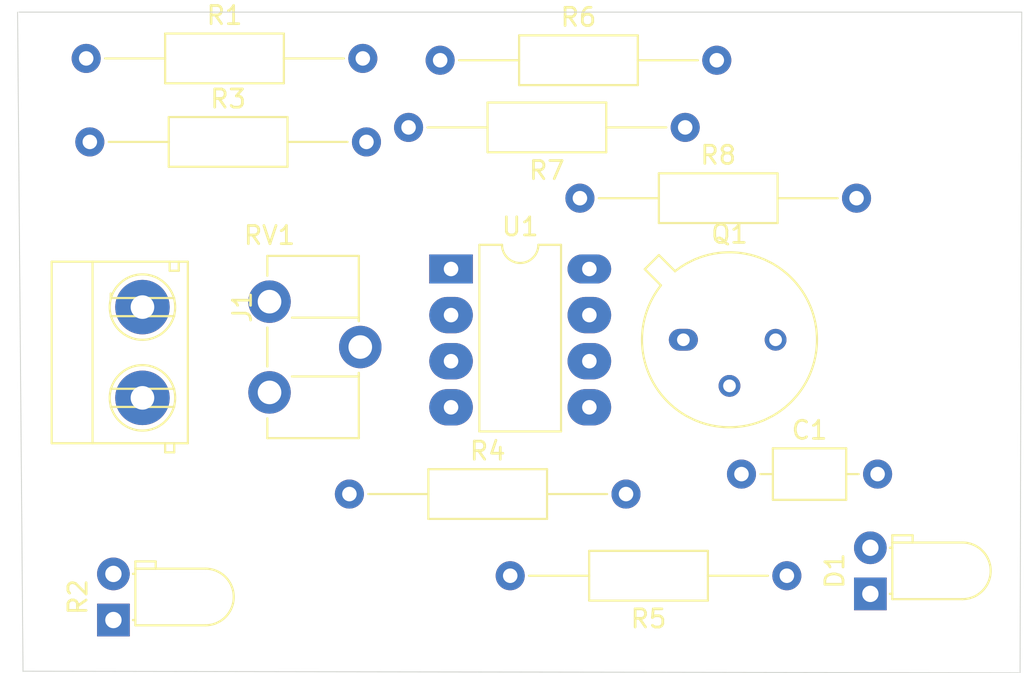
<source format=kicad_pcb>
(kicad_pcb (version 20171130) (host pcbnew "(5.1.10)-1")

  (general
    (thickness 1.6)
    (drawings 4)
    (tracks 0)
    (zones 0)
    (modules 14)
    (nets 17)
  )

  (page A4)
  (title_block
    (title "Interrupteur crépusculaire à LED")
    (company "Glodie Technologies")
  )

  (layers
    (0 F.Cu signal)
    (31 B.Cu signal)
    (32 B.Adhes user)
    (33 F.Adhes user)
    (34 B.Paste user)
    (35 F.Paste user)
    (36 B.SilkS user)
    (37 F.SilkS user)
    (38 B.Mask user)
    (39 F.Mask user)
    (40 Dwgs.User user)
    (41 Cmts.User user)
    (42 Eco1.User user)
    (43 Eco2.User user)
    (44 Edge.Cuts user)
    (45 Margin user)
    (46 B.CrtYd user)
    (47 F.CrtYd user)
    (48 B.Fab user)
    (49 F.Fab user)
  )

  (setup
    (last_trace_width 0.25)
    (trace_clearance 0.2)
    (zone_clearance 0.508)
    (zone_45_only no)
    (trace_min 0.2)
    (via_size 0.8)
    (via_drill 0.4)
    (via_min_size 0.4)
    (via_min_drill 0.3)
    (uvia_size 0.3)
    (uvia_drill 0.1)
    (uvias_allowed no)
    (uvia_min_size 0.2)
    (uvia_min_drill 0.1)
    (edge_width 0.05)
    (segment_width 0.2)
    (pcb_text_width 0.3)
    (pcb_text_size 1.5 1.5)
    (mod_edge_width 0.12)
    (mod_text_size 1 1)
    (mod_text_width 0.15)
    (pad_size 1.524 1.524)
    (pad_drill 0.762)
    (pad_to_mask_clearance 0)
    (aux_axis_origin 0 0)
    (visible_elements 7FFFFFFF)
    (pcbplotparams
      (layerselection 0x010fc_ffffffff)
      (usegerberextensions false)
      (usegerberattributes true)
      (usegerberadvancedattributes true)
      (creategerberjobfile true)
      (excludeedgelayer true)
      (linewidth 0.100000)
      (plotframeref false)
      (viasonmask false)
      (mode 1)
      (useauxorigin false)
      (hpglpennumber 1)
      (hpglpenspeed 20)
      (hpglpendiameter 15.000000)
      (psnegative false)
      (psa4output false)
      (plotreference true)
      (plotvalue true)
      (plotinvisibletext false)
      (padsonsilk false)
      (subtractmaskfromsilk false)
      (outputformat 1)
      (mirror false)
      (drillshape 0)
      (scaleselection 1)
      (outputdirectory ""))
  )

  (net 0 "")
  (net 1 VCC)
  (net 2 GND)
  (net 3 "Net-(Q1-Pad2)")
  (net 4 "Net-(Q1-Pad3)")
  (net 5 "Net-(R1-Pad2)")
  (net 6 "Net-(R3-Pad2)")
  (net 7 "Net-(R4-Pad1)")
  (net 8 "Net-(R5-Pad1)")
  (net 9 "Net-(RV1-Pad2)")
  (net 10 "Net-(U1-Pad1)")
  (net 11 "Net-(U1-Pad5)")
  (net 12 "Net-(U1-Pad8)")
  (net 13 vs)
  (net 14 "Net-(R2-Pad1)")
  (net 15 "Net-(R2-Pad2)")
  (net 16 ve)

  (net_class Default "This is the default net class."
    (clearance 0.2)
    (trace_width 0.25)
    (via_dia 0.8)
    (via_drill 0.4)
    (uvia_dia 0.3)
    (uvia_drill 0.1)
    (add_net GND)
    (add_net "Net-(Q1-Pad2)")
    (add_net "Net-(Q1-Pad3)")
    (add_net "Net-(R1-Pad2)")
    (add_net "Net-(R2-Pad1)")
    (add_net "Net-(R2-Pad2)")
    (add_net "Net-(R3-Pad2)")
    (add_net "Net-(R4-Pad1)")
    (add_net "Net-(R5-Pad1)")
    (add_net "Net-(RV1-Pad2)")
    (add_net "Net-(U1-Pad1)")
    (add_net "Net-(U1-Pad5)")
    (add_net "Net-(U1-Pad8)")
    (add_net VCC)
    (add_net ve)
    (add_net vs)
  )

  (module Resistor_THT:R_Axial_DIN0207_L6.3mm_D2.5mm_P15.24mm_Horizontal (layer F.Cu) (tedit 5AE5139B) (tstamp 613BDFF0)
    (at 140.2 120.7 180)
    (descr "Resistor, Axial_DIN0207 series, Axial, Horizontal, pin pitch=15.24mm, 0.25W = 1/4W, length*diameter=6.3*2.5mm^2, http://cdn-reichelt.de/documents/datenblatt/B400/1_4W%23YAG.pdf")
    (tags "Resistor Axial_DIN0207 series Axial Horizontal pin pitch 15.24mm 0.25W = 1/4W length 6.3mm diameter 2.5mm")
    (path /613BAA8B)
    (fp_text reference R5 (at 7.62 -2.37) (layer F.SilkS)
      (effects (font (size 1 1) (thickness 0.15)))
    )
    (fp_text value 1M (at 7.62 2.37) (layer F.Fab)
      (effects (font (size 1 1) (thickness 0.15)))
    )
    (fp_line (start 16.29 -1.5) (end -1.05 -1.5) (layer F.CrtYd) (width 0.05))
    (fp_line (start 16.29 1.5) (end 16.29 -1.5) (layer F.CrtYd) (width 0.05))
    (fp_line (start -1.05 1.5) (end 16.29 1.5) (layer F.CrtYd) (width 0.05))
    (fp_line (start -1.05 -1.5) (end -1.05 1.5) (layer F.CrtYd) (width 0.05))
    (fp_line (start 14.2 0) (end 10.89 0) (layer F.SilkS) (width 0.12))
    (fp_line (start 1.04 0) (end 4.35 0) (layer F.SilkS) (width 0.12))
    (fp_line (start 10.89 -1.37) (end 4.35 -1.37) (layer F.SilkS) (width 0.12))
    (fp_line (start 10.89 1.37) (end 10.89 -1.37) (layer F.SilkS) (width 0.12))
    (fp_line (start 4.35 1.37) (end 10.89 1.37) (layer F.SilkS) (width 0.12))
    (fp_line (start 4.35 -1.37) (end 4.35 1.37) (layer F.SilkS) (width 0.12))
    (fp_line (start 15.24 0) (end 10.77 0) (layer F.Fab) (width 0.1))
    (fp_line (start 0 0) (end 4.47 0) (layer F.Fab) (width 0.1))
    (fp_line (start 10.77 -1.25) (end 4.47 -1.25) (layer F.Fab) (width 0.1))
    (fp_line (start 10.77 1.25) (end 10.77 -1.25) (layer F.Fab) (width 0.1))
    (fp_line (start 4.47 1.25) (end 10.77 1.25) (layer F.Fab) (width 0.1))
    (fp_line (start 4.47 -1.25) (end 4.47 1.25) (layer F.Fab) (width 0.1))
    (fp_text user %R (at 7.8 0.1) (layer F.Fab)
      (effects (font (size 1 1) (thickness 0.15)))
    )
    (pad 1 thru_hole circle (at 0 0 180) (size 1.6 1.6) (drill 0.8) (layers *.Cu *.Mask)
      (net 8 "Net-(R5-Pad1)"))
    (pad 2 thru_hole oval (at 15.24 0 180) (size 1.6 1.6) (drill 0.8) (layers *.Cu *.Mask)
      (net 16 ve))
    (model ${KISYS3DMOD}/Resistor_THT.3dshapes/R_Axial_DIN0207_L6.3mm_D2.5mm_P15.24mm_Horizontal.wrl
      (at (xyz 0 0 0))
      (scale (xyz 1 1 1))
      (rotate (xyz 0 0 0))
    )
  )

  (module Capacitor_THT:C_Axial_L3.8mm_D2.6mm_P7.50mm_Horizontal (layer F.Cu) (tedit 5AE50EF0) (tstamp 613BDF0A)
    (at 137.7 115.1)
    (descr "C, Axial series, Axial, Horizontal, pin pitch=7.5mm, , length*diameter=3.8*2.6mm^2, http://www.vishay.com/docs/45231/arseries.pdf")
    (tags "C Axial series Axial Horizontal pin pitch 7.5mm  length 3.8mm diameter 2.6mm")
    (path /613C2314)
    (fp_text reference C1 (at 3.75 -2.42) (layer F.SilkS)
      (effects (font (size 1 1) (thickness 0.15)))
    )
    (fp_text value 10nF (at 3.75 2.42) (layer F.Fab)
      (effects (font (size 1 1) (thickness 0.15)))
    )
    (fp_line (start 8.55 -1.55) (end -1.05 -1.55) (layer F.CrtYd) (width 0.05))
    (fp_line (start 8.55 1.55) (end 8.55 -1.55) (layer F.CrtYd) (width 0.05))
    (fp_line (start -1.05 1.55) (end 8.55 1.55) (layer F.CrtYd) (width 0.05))
    (fp_line (start -1.05 -1.55) (end -1.05 1.55) (layer F.CrtYd) (width 0.05))
    (fp_line (start 6.46 0) (end 5.77 0) (layer F.SilkS) (width 0.12))
    (fp_line (start 1.04 0) (end 1.73 0) (layer F.SilkS) (width 0.12))
    (fp_line (start 5.77 -1.42) (end 1.73 -1.42) (layer F.SilkS) (width 0.12))
    (fp_line (start 5.77 1.42) (end 5.77 -1.42) (layer F.SilkS) (width 0.12))
    (fp_line (start 1.73 1.42) (end 5.77 1.42) (layer F.SilkS) (width 0.12))
    (fp_line (start 1.73 -1.42) (end 1.73 1.42) (layer F.SilkS) (width 0.12))
    (fp_line (start 7.5 0) (end 5.65 0) (layer F.Fab) (width 0.1))
    (fp_line (start 0 0) (end 1.85 0) (layer F.Fab) (width 0.1))
    (fp_line (start 5.65 -1.3) (end 1.85 -1.3) (layer F.Fab) (width 0.1))
    (fp_line (start 5.65 1.3) (end 5.65 -1.3) (layer F.Fab) (width 0.1))
    (fp_line (start 1.85 1.3) (end 5.65 1.3) (layer F.Fab) (width 0.1))
    (fp_line (start 1.85 -1.3) (end 1.85 1.3) (layer F.Fab) (width 0.1))
    (fp_text user %R (at 0.719399 3.535179) (layer F.Fab)
      (effects (font (size 0.76 0.76) (thickness 0.114)))
    )
    (pad 1 thru_hole circle (at 0 0) (size 1.6 1.6) (drill 0.8) (layers *.Cu *.Mask)
      (net 1 VCC))
    (pad 2 thru_hole oval (at 7.5 0) (size 1.6 1.6) (drill 0.8) (layers *.Cu *.Mask)
      (net 2 GND))
    (model ${KISYS3DMOD}/Capacitor_THT.3dshapes/C_Axial_L3.8mm_D2.6mm_P7.50mm_Horizontal.wrl
      (at (xyz 0 0 0))
      (scale (xyz 1 1 1))
      (rotate (xyz 0 0 0))
    )
  )

  (module LED_THT:LED_D3.0mm_Horizontal_O1.27mm_Z2.0mm (layer F.Cu) (tedit 5880A862) (tstamp 613BDF34)
    (at 144.8 121.7 90)
    (descr "LED, diameter 3.0mm z-position of LED center 2.0mm, 2 pins")
    (tags "LED diameter 3.0mm z-position of LED center 2.0mm 2 pins")
    (path /613CA126)
    (fp_text reference D1 (at 1.27 -1.96 90) (layer F.SilkS)
      (effects (font (size 1 1) (thickness 0.15)))
    )
    (fp_text value LED (at 1.27 7.63 90) (layer F.Fab)
      (effects (font (size 1 1) (thickness 0.15)))
    )
    (fp_line (start -0.23 1.27) (end -0.23 5.07) (layer F.Fab) (width 0.1))
    (fp_line (start 2.77 1.27) (end 2.77 5.07) (layer F.Fab) (width 0.1))
    (fp_line (start -0.23 1.27) (end 2.77 1.27) (layer F.Fab) (width 0.1))
    (fp_line (start 3.17 1.27) (end 3.17 2.27) (layer F.Fab) (width 0.1))
    (fp_line (start 3.17 2.27) (end 2.77 2.27) (layer F.Fab) (width 0.1))
    (fp_line (start 2.77 2.27) (end 2.77 1.27) (layer F.Fab) (width 0.1))
    (fp_line (start 2.77 1.27) (end 3.17 1.27) (layer F.Fab) (width 0.1))
    (fp_line (start 0 0) (end 0 1.27) (layer F.Fab) (width 0.1))
    (fp_line (start 0 1.27) (end 0 1.27) (layer F.Fab) (width 0.1))
    (fp_line (start 0 1.27) (end 0 0) (layer F.Fab) (width 0.1))
    (fp_line (start 0 0) (end 0 0) (layer F.Fab) (width 0.1))
    (fp_line (start 2.54 0) (end 2.54 1.27) (layer F.Fab) (width 0.1))
    (fp_line (start 2.54 1.27) (end 2.54 1.27) (layer F.Fab) (width 0.1))
    (fp_line (start 2.54 1.27) (end 2.54 0) (layer F.Fab) (width 0.1))
    (fp_line (start 2.54 0) (end 2.54 0) (layer F.Fab) (width 0.1))
    (fp_line (start -0.29 1.21) (end -0.29 5.07) (layer F.SilkS) (width 0.12))
    (fp_line (start 2.83 1.21) (end 2.83 5.07) (layer F.SilkS) (width 0.12))
    (fp_line (start -0.29 1.21) (end 2.83 1.21) (layer F.SilkS) (width 0.12))
    (fp_line (start 3.23 1.21) (end 3.23 2.33) (layer F.SilkS) (width 0.12))
    (fp_line (start 3.23 2.33) (end 2.83 2.33) (layer F.SilkS) (width 0.12))
    (fp_line (start 2.83 2.33) (end 2.83 1.21) (layer F.SilkS) (width 0.12))
    (fp_line (start 2.83 1.21) (end 3.23 1.21) (layer F.SilkS) (width 0.12))
    (fp_line (start 0 1.08) (end 0 1.21) (layer F.SilkS) (width 0.12))
    (fp_line (start 0 1.21) (end 0 1.21) (layer F.SilkS) (width 0.12))
    (fp_line (start 0 1.21) (end 0 1.08) (layer F.SilkS) (width 0.12))
    (fp_line (start 0 1.08) (end 0 1.08) (layer F.SilkS) (width 0.12))
    (fp_line (start 2.54 1.08) (end 2.54 1.21) (layer F.SilkS) (width 0.12))
    (fp_line (start 2.54 1.21) (end 2.54 1.21) (layer F.SilkS) (width 0.12))
    (fp_line (start 2.54 1.21) (end 2.54 1.08) (layer F.SilkS) (width 0.12))
    (fp_line (start 2.54 1.08) (end 2.54 1.08) (layer F.SilkS) (width 0.12))
    (fp_line (start -1.25 -1.25) (end -1.25 6.9) (layer F.CrtYd) (width 0.05))
    (fp_line (start -1.25 6.9) (end 3.75 6.9) (layer F.CrtYd) (width 0.05))
    (fp_line (start 3.75 6.9) (end 3.75 -1.25) (layer F.CrtYd) (width 0.05))
    (fp_line (start 3.75 -1.25) (end -1.25 -1.25) (layer F.CrtYd) (width 0.05))
    (fp_arc (start 1.27 5.07) (end -0.29 5.07) (angle -180) (layer F.SilkS) (width 0.12))
    (fp_arc (start 1.27 5.07) (end -0.23 5.07) (angle -180) (layer F.Fab) (width 0.1))
    (pad 2 thru_hole circle (at 2.54 0 90) (size 1.8 1.8) (drill 0.9) (layers *.Cu *.Mask)
      (net 13 vs))
    (pad 1 thru_hole rect (at 0 0 90) (size 1.8 1.8) (drill 0.9) (layers *.Cu *.Mask)
      (net 2 GND))
    (model ${KISYS3DMOD}/LED_THT.3dshapes/LED_D3.0mm_Horizontal_O1.27mm_Z2.0mm.wrl
      (at (xyz 0 0 0))
      (scale (xyz 1 1 1))
      (rotate (xyz 0 0 0))
    )
  )

  (module Mes_modules:Bornier_2pts_L10mm_W8mm_P5mm (layer F.Cu) (tedit 612FD883) (tstamp 613BDF55)
    (at 104.7 105.9 270)
    (tags Bornier_2pts)
    (path /613B7670)
    (fp_text reference J1 (at 0 -5.5 90) (layer F.SilkS)
      (effects (font (size 1 1) (thickness 0.15)))
    )
    (fp_text value Entrée (at 0 7 90) (layer F.Fab)
      (effects (font (size 1 1) (thickness 0.15)))
    )
    (fp_line (start -2.5 2.75) (end 7.5 2.75) (layer F.SilkS) (width 0.12))
    (fp_line (start -2.5 5) (end -2.5 -2.5) (layer F.Fab) (width 0.12))
    (fp_line (start 7.5 5) (end -2.5 5) (layer F.Fab) (width 0.12))
    (fp_line (start 7.5 -2.5) (end 7.5 5) (layer F.Fab) (width 0.12))
    (fp_line (start -2.5 -2.5) (end 7.5 -2.5) (layer F.Fab) (width 0.12))
    (fp_line (start -2.5 5) (end -2.5 -2.5) (layer F.CrtYd) (width 0.12))
    (fp_line (start 7.5 5) (end -2.5 5) (layer F.CrtYd) (width 0.12))
    (fp_line (start 7.5 -2.5) (end 7.5 5) (layer F.CrtYd) (width 0.12))
    (fp_line (start -2.5 -2.5) (end 7.5 -2.5) (layer F.CrtYd) (width 0.12))
    (fp_line (start -2 -1.5) (end -2.5 -1.5) (layer F.SilkS) (width 0.12))
    (fp_line (start -2 -2) (end -2 -1.5) (layer F.SilkS) (width 0.12))
    (fp_line (start -2.5 -2) (end -2 -2) (layer F.SilkS) (width 0.12))
    (fp_line (start 8 -1.25) (end 7.5 -1.25) (layer F.SilkS) (width 0.12))
    (fp_line (start 8 -1.75) (end 8 -1.25) (layer F.SilkS) (width 0.12))
    (fp_line (start 7.5 -1.75) (end 8 -1.75) (layer F.SilkS) (width 0.12))
    (fp_line (start 5.5 -1.75) (end 5.5 1.75) (layer F.SilkS) (width 0.12))
    (fp_line (start 4.5 -1.75) (end 4.5 1.75) (layer F.SilkS) (width 0.12))
    (fp_line (start 0.5 -1.75) (end 0.5 1.75) (layer F.SilkS) (width 0.12))
    (fp_line (start -0.5 1.75) (end -0.75 1.75) (layer F.SilkS) (width 0.12))
    (fp_line (start -0.5 -1.75) (end -0.5 1.75) (layer F.SilkS) (width 0.12))
    (fp_circle (center 5 0) (end 6.5 1) (layer F.SilkS) (width 0.12))
    (fp_circle (center 0 0) (end 1.5 1) (layer F.SilkS) (width 0.12))
    (fp_line (start -2.5 5) (end -2.5 -2.5) (layer F.SilkS) (width 0.12))
    (fp_line (start 7.5 5) (end -2.5 5) (layer F.SilkS) (width 0.12))
    (fp_line (start 7.5 -2.5) (end 7.5 5) (layer F.SilkS) (width 0.12))
    (fp_line (start -2.5 -2.5) (end 7.5 -2.5) (layer F.SilkS) (width 0.12))
    (fp_text user %R (at 2.75 3.75 90) (layer F.Fab)
      (effects (font (size 1 1) (thickness 0.15)))
    )
    (pad 1 thru_hole circle (at 0 0 270) (size 3 3) (drill 1.3) (layers *.Cu *.Mask)
      (net 1 VCC))
    (pad 2 thru_hole circle (at 5 0 270) (size 3 3) (drill 1.3) (layers *.Cu *.Mask)
      (net 2 GND))
  )

  (module Package_TO_SOT_THT:TO-39-3 (layer F.Cu) (tedit 5A02FF81) (tstamp 613BDF6A)
    (at 134.5 107.7)
    (descr TO-39-3)
    (tags TO-39-3)
    (path /613C3651)
    (fp_text reference Q1 (at 2.54 -5.82) (layer F.SilkS)
      (effects (font (size 1 1) (thickness 0.15)))
    )
    (fp_text value 2N2219 (at 2.54 5.82) (layer F.Fab)
      (effects (font (size 1 1) (thickness 0.15)))
    )
    (fp_circle (center 2.54 0) (end 6.79 0) (layer F.Fab) (width 0.1))
    (fp_line (start 7.49 -4.95) (end -2.41 -4.95) (layer F.CrtYd) (width 0.05))
    (fp_line (start 7.49 4.95) (end 7.49 -4.95) (layer F.CrtYd) (width 0.05))
    (fp_line (start -2.41 4.95) (end 7.49 4.95) (layer F.CrtYd) (width 0.05))
    (fp_line (start -2.41 -4.95) (end -2.41 4.95) (layer F.CrtYd) (width 0.05))
    (fp_line (start -2.125856 -3.888039) (end -1.234902 -2.997084) (layer F.SilkS) (width 0.12))
    (fp_line (start -1.348039 -4.665856) (end -2.125856 -3.888039) (layer F.SilkS) (width 0.12))
    (fp_line (start -0.457084 -3.774902) (end -1.348039 -4.665856) (layer F.SilkS) (width 0.12))
    (fp_line (start -1.879621 -3.81151) (end -1.07352 -3.005408) (layer F.Fab) (width 0.1))
    (fp_line (start -1.27151 -4.419621) (end -1.879621 -3.81151) (layer F.Fab) (width 0.1))
    (fp_line (start -0.465408 -3.61352) (end -1.27151 -4.419621) (layer F.Fab) (width 0.1))
    (fp_text user %R (at 2.54 -5.82) (layer F.Fab)
      (effects (font (size 1 1) (thickness 0.15)))
    )
    (fp_arc (start 2.54 0) (end -0.465408 -3.61352) (angle 349.5) (layer F.Fab) (width 0.1))
    (fp_arc (start 2.54 0) (end -0.457084 -3.774902) (angle 346.9) (layer F.SilkS) (width 0.12))
    (pad 1 thru_hole oval (at 0 0) (size 1.6 1.2) (drill 0.7) (layers *.Cu *.Mask)
      (net 13 vs))
    (pad 2 thru_hole oval (at 2.54 2.54) (size 1.2 1.2) (drill 0.7) (layers *.Cu *.Mask)
      (net 3 "Net-(Q1-Pad2)"))
    (pad 3 thru_hole oval (at 5.08 0) (size 1.2 1.2) (drill 0.7) (layers *.Cu *.Mask)
      (net 4 "Net-(Q1-Pad3)"))
    (model ${KISYS3DMOD}/Package_TO_SOT_THT.3dshapes/TO-39-3.wrl
      (at (xyz 0 0 0))
      (scale (xyz 1 1 1))
      (rotate (xyz 0 0 0))
    )
  )

  (module Resistor_THT:R_Axial_DIN0207_L6.3mm_D2.5mm_P15.24mm_Horizontal (layer F.Cu) (tedit 5AE5139B) (tstamp 613BDF81)
    (at 101.6 92.2)
    (descr "Resistor, Axial_DIN0207 series, Axial, Horizontal, pin pitch=15.24mm, 0.25W = 1/4W, length*diameter=6.3*2.5mm^2, http://cdn-reichelt.de/documents/datenblatt/B400/1_4W%23YAG.pdf")
    (tags "Resistor Axial_DIN0207 series Axial Horizontal pin pitch 15.24mm 0.25W = 1/4W length 6.3mm diameter 2.5mm")
    (path /613B87FA)
    (fp_text reference R1 (at 7.62 -2.37) (layer F.SilkS)
      (effects (font (size 1 1) (thickness 0.15)))
    )
    (fp_text value 10K (at 7.62 2.37) (layer F.Fab)
      (effects (font (size 1 1) (thickness 0.15)))
    )
    (fp_line (start 16.29 -1.5) (end -1.05 -1.5) (layer F.CrtYd) (width 0.05))
    (fp_line (start 16.29 1.5) (end 16.29 -1.5) (layer F.CrtYd) (width 0.05))
    (fp_line (start -1.05 1.5) (end 16.29 1.5) (layer F.CrtYd) (width 0.05))
    (fp_line (start -1.05 -1.5) (end -1.05 1.5) (layer F.CrtYd) (width 0.05))
    (fp_line (start 14.2 0) (end 10.89 0) (layer F.SilkS) (width 0.12))
    (fp_line (start 1.04 0) (end 4.35 0) (layer F.SilkS) (width 0.12))
    (fp_line (start 10.89 -1.37) (end 4.35 -1.37) (layer F.SilkS) (width 0.12))
    (fp_line (start 10.89 1.37) (end 10.89 -1.37) (layer F.SilkS) (width 0.12))
    (fp_line (start 4.35 1.37) (end 10.89 1.37) (layer F.SilkS) (width 0.12))
    (fp_line (start 4.35 -1.37) (end 4.35 1.37) (layer F.SilkS) (width 0.12))
    (fp_line (start 15.24 0) (end 10.77 0) (layer F.Fab) (width 0.1))
    (fp_line (start 0 0) (end 4.47 0) (layer F.Fab) (width 0.1))
    (fp_line (start 10.77 -1.25) (end 4.47 -1.25) (layer F.Fab) (width 0.1))
    (fp_line (start 10.77 1.25) (end 10.77 -1.25) (layer F.Fab) (width 0.1))
    (fp_line (start 4.47 1.25) (end 10.77 1.25) (layer F.Fab) (width 0.1))
    (fp_line (start 4.47 -1.25) (end 4.47 1.25) (layer F.Fab) (width 0.1))
    (fp_text user %R (at 5.859399 -0.364821) (layer F.Fab)
      (effects (font (size 1 1) (thickness 0.15)))
    )
    (pad 1 thru_hole circle (at 0 0) (size 1.6 1.6) (drill 0.8) (layers *.Cu *.Mask)
      (net 1 VCC))
    (pad 2 thru_hole oval (at 15.24 0) (size 1.6 1.6) (drill 0.8) (layers *.Cu *.Mask)
      (net 2 GND))
    (model ${KISYS3DMOD}/Resistor_THT.3dshapes/R_Axial_DIN0207_L6.3mm_D2.5mm_P15.24mm_Horizontal.wrl
      (at (xyz 0 0 0))
      (scale (xyz 1 1 1))
      (rotate (xyz 0 0 0))
    )
  )

  (module LED_THT:LED_D3.0mm_Horizontal_O1.27mm_Z2.0mm (layer F.Cu) (tedit 5880A862) (tstamp 613BDFAB)
    (at 103.1 123.14 90)
    (descr "LED, diameter 3.0mm z-position of LED center 2.0mm, 2 pins")
    (tags "LED diameter 3.0mm z-position of LED center 2.0mm 2 pins")
    (path /613B8492)
    (fp_text reference R2 (at 1.27 -1.96 90) (layer F.SilkS)
      (effects (font (size 1 1) (thickness 0.15)))
    )
    (fp_text value LDR03 (at 1.27 7.63 90) (layer F.Fab)
      (effects (font (size 1 1) (thickness 0.15)))
    )
    (fp_line (start 3.75 -1.25) (end -1.25 -1.25) (layer F.CrtYd) (width 0.05))
    (fp_line (start 3.75 6.9) (end 3.75 -1.25) (layer F.CrtYd) (width 0.05))
    (fp_line (start -1.25 6.9) (end 3.75 6.9) (layer F.CrtYd) (width 0.05))
    (fp_line (start -1.25 -1.25) (end -1.25 6.9) (layer F.CrtYd) (width 0.05))
    (fp_line (start 2.54 1.08) (end 2.54 1.08) (layer F.SilkS) (width 0.12))
    (fp_line (start 2.54 1.21) (end 2.54 1.08) (layer F.SilkS) (width 0.12))
    (fp_line (start 2.54 1.21) (end 2.54 1.21) (layer F.SilkS) (width 0.12))
    (fp_line (start 2.54 1.08) (end 2.54 1.21) (layer F.SilkS) (width 0.12))
    (fp_line (start 0 1.08) (end 0 1.08) (layer F.SilkS) (width 0.12))
    (fp_line (start 0 1.21) (end 0 1.08) (layer F.SilkS) (width 0.12))
    (fp_line (start 0 1.21) (end 0 1.21) (layer F.SilkS) (width 0.12))
    (fp_line (start 0 1.08) (end 0 1.21) (layer F.SilkS) (width 0.12))
    (fp_line (start 2.83 1.21) (end 3.23 1.21) (layer F.SilkS) (width 0.12))
    (fp_line (start 2.83 2.33) (end 2.83 1.21) (layer F.SilkS) (width 0.12))
    (fp_line (start 3.23 2.33) (end 2.83 2.33) (layer F.SilkS) (width 0.12))
    (fp_line (start 3.23 1.21) (end 3.23 2.33) (layer F.SilkS) (width 0.12))
    (fp_line (start -0.29 1.21) (end 2.83 1.21) (layer F.SilkS) (width 0.12))
    (fp_line (start 2.83 1.21) (end 2.83 5.07) (layer F.SilkS) (width 0.12))
    (fp_line (start -0.29 1.21) (end -0.29 5.07) (layer F.SilkS) (width 0.12))
    (fp_line (start 2.54 0) (end 2.54 0) (layer F.Fab) (width 0.1))
    (fp_line (start 2.54 1.27) (end 2.54 0) (layer F.Fab) (width 0.1))
    (fp_line (start 2.54 1.27) (end 2.54 1.27) (layer F.Fab) (width 0.1))
    (fp_line (start 2.54 0) (end 2.54 1.27) (layer F.Fab) (width 0.1))
    (fp_line (start 0 0) (end 0 0) (layer F.Fab) (width 0.1))
    (fp_line (start 0 1.27) (end 0 0) (layer F.Fab) (width 0.1))
    (fp_line (start 0 1.27) (end 0 1.27) (layer F.Fab) (width 0.1))
    (fp_line (start 0 0) (end 0 1.27) (layer F.Fab) (width 0.1))
    (fp_line (start 2.77 1.27) (end 3.17 1.27) (layer F.Fab) (width 0.1))
    (fp_line (start 2.77 2.27) (end 2.77 1.27) (layer F.Fab) (width 0.1))
    (fp_line (start 3.17 2.27) (end 2.77 2.27) (layer F.Fab) (width 0.1))
    (fp_line (start 3.17 1.27) (end 3.17 2.27) (layer F.Fab) (width 0.1))
    (fp_line (start -0.23 1.27) (end 2.77 1.27) (layer F.Fab) (width 0.1))
    (fp_line (start 2.77 1.27) (end 2.77 5.07) (layer F.Fab) (width 0.1))
    (fp_line (start -0.23 1.27) (end -0.23 5.07) (layer F.Fab) (width 0.1))
    (fp_arc (start 1.27 5.07) (end -0.23 5.07) (angle -180) (layer F.Fab) (width 0.1))
    (fp_arc (start 1.27 5.07) (end -0.29 5.07) (angle -180) (layer F.SilkS) (width 0.12))
    (pad 1 thru_hole rect (at 0 0 90) (size 1.8 1.8) (drill 0.9) (layers *.Cu *.Mask)
      (net 5 "Net-(R1-Pad2)"))
    (pad 2 thru_hole circle (at 2.54 0 90) (size 1.8 1.8) (drill 0.9) (layers *.Cu *.Mask)
      (net 2 GND))
    (model ${KISYS3DMOD}/LED_THT.3dshapes/LED_D3.0mm_Horizontal_O1.27mm_Z2.0mm.wrl
      (at (xyz 0 0 0))
      (scale (xyz 1 1 1))
      (rotate (xyz 0 0 0))
    )
  )

  (module Resistor_THT:R_Axial_DIN0207_L6.3mm_D2.5mm_P15.24mm_Horizontal (layer F.Cu) (tedit 5AE5139B) (tstamp 613BDFC2)
    (at 101.8 96.8)
    (descr "Resistor, Axial_DIN0207 series, Axial, Horizontal, pin pitch=15.24mm, 0.25W = 1/4W, length*diameter=6.3*2.5mm^2, http://cdn-reichelt.de/documents/datenblatt/B400/1_4W%23YAG.pdf")
    (tags "Resistor Axial_DIN0207 series Axial Horizontal pin pitch 15.24mm 0.25W = 1/4W length 6.3mm diameter 2.5mm")
    (path /613B9690)
    (fp_text reference R3 (at 7.62 -2.37) (layer F.SilkS)
      (effects (font (size 1 1) (thickness 0.15)))
    )
    (fp_text value 3.3K (at 7.62 2.37) (layer F.Fab)
      (effects (font (size 1 1) (thickness 0.15)))
    )
    (fp_line (start 16.29 -1.5) (end -1.05 -1.5) (layer F.CrtYd) (width 0.05))
    (fp_line (start 16.29 1.5) (end 16.29 -1.5) (layer F.CrtYd) (width 0.05))
    (fp_line (start -1.05 1.5) (end 16.29 1.5) (layer F.CrtYd) (width 0.05))
    (fp_line (start -1.05 -1.5) (end -1.05 1.5) (layer F.CrtYd) (width 0.05))
    (fp_line (start 14.2 0) (end 10.89 0) (layer F.SilkS) (width 0.12))
    (fp_line (start 1.04 0) (end 4.35 0) (layer F.SilkS) (width 0.12))
    (fp_line (start 10.89 -1.37) (end 4.35 -1.37) (layer F.SilkS) (width 0.12))
    (fp_line (start 10.89 1.37) (end 10.89 -1.37) (layer F.SilkS) (width 0.12))
    (fp_line (start 4.35 1.37) (end 10.89 1.37) (layer F.SilkS) (width 0.12))
    (fp_line (start 4.35 -1.37) (end 4.35 1.37) (layer F.SilkS) (width 0.12))
    (fp_line (start 15.24 0) (end 10.77 0) (layer F.Fab) (width 0.1))
    (fp_line (start 0 0) (end 4.47 0) (layer F.Fab) (width 0.1))
    (fp_line (start 10.77 -1.25) (end 4.47 -1.25) (layer F.Fab) (width 0.1))
    (fp_line (start 10.77 1.25) (end 10.77 -1.25) (layer F.Fab) (width 0.1))
    (fp_line (start 4.47 1.25) (end 10.77 1.25) (layer F.Fab) (width 0.1))
    (fp_line (start 4.47 -1.25) (end 4.47 1.25) (layer F.Fab) (width 0.1))
    (fp_text user %R (at 7.62 0) (layer F.Fab)
      (effects (font (size 1 1) (thickness 0.15)))
    )
    (pad 1 thru_hole circle (at 0 0) (size 1.6 1.6) (drill 0.8) (layers *.Cu *.Mask)
      (net 1 VCC))
    (pad 2 thru_hole oval (at 15.24 0) (size 1.6 1.6) (drill 0.8) (layers *.Cu *.Mask)
      (net 14 "Net-(R2-Pad1)"))
    (model ${KISYS3DMOD}/Resistor_THT.3dshapes/R_Axial_DIN0207_L6.3mm_D2.5mm_P15.24mm_Horizontal.wrl
      (at (xyz 0 0 0))
      (scale (xyz 1 1 1))
      (rotate (xyz 0 0 0))
    )
  )

  (module Resistor_THT:R_Axial_DIN0207_L6.3mm_D2.5mm_P15.24mm_Horizontal (layer F.Cu) (tedit 5AE5139B) (tstamp 613BDFD9)
    (at 116.1 116.2)
    (descr "Resistor, Axial_DIN0207 series, Axial, Horizontal, pin pitch=15.24mm, 0.25W = 1/4W, length*diameter=6.3*2.5mm^2, http://cdn-reichelt.de/documents/datenblatt/B400/1_4W%23YAG.pdf")
    (tags "Resistor Axial_DIN0207 series Axial Horizontal pin pitch 15.24mm 0.25W = 1/4W length 6.3mm diameter 2.5mm")
    (path /613B984F)
    (fp_text reference R4 (at 7.62 -2.37) (layer F.SilkS)
      (effects (font (size 1 1) (thickness 0.15)))
    )
    (fp_text value 3.3K (at 7.62 2.37) (layer F.Fab)
      (effects (font (size 1 1) (thickness 0.15)))
    )
    (fp_line (start 4.47 -1.25) (end 4.47 1.25) (layer F.Fab) (width 0.1))
    (fp_line (start 4.47 1.25) (end 10.77 1.25) (layer F.Fab) (width 0.1))
    (fp_line (start 10.77 1.25) (end 10.77 -1.25) (layer F.Fab) (width 0.1))
    (fp_line (start 10.77 -1.25) (end 4.47 -1.25) (layer F.Fab) (width 0.1))
    (fp_line (start 0 0) (end 4.47 0) (layer F.Fab) (width 0.1))
    (fp_line (start 15.24 0) (end 10.77 0) (layer F.Fab) (width 0.1))
    (fp_line (start 4.35 -1.37) (end 4.35 1.37) (layer F.SilkS) (width 0.12))
    (fp_line (start 4.35 1.37) (end 10.89 1.37) (layer F.SilkS) (width 0.12))
    (fp_line (start 10.89 1.37) (end 10.89 -1.37) (layer F.SilkS) (width 0.12))
    (fp_line (start 10.89 -1.37) (end 4.35 -1.37) (layer F.SilkS) (width 0.12))
    (fp_line (start 1.04 0) (end 4.35 0) (layer F.SilkS) (width 0.12))
    (fp_line (start 14.2 0) (end 10.89 0) (layer F.SilkS) (width 0.12))
    (fp_line (start -1.05 -1.5) (end -1.05 1.5) (layer F.CrtYd) (width 0.05))
    (fp_line (start -1.05 1.5) (end 16.29 1.5) (layer F.CrtYd) (width 0.05))
    (fp_line (start 16.29 1.5) (end 16.29 -1.5) (layer F.CrtYd) (width 0.05))
    (fp_line (start 16.29 -1.5) (end -1.05 -1.5) (layer F.CrtYd) (width 0.05))
    (fp_text user %R (at 7.62 0) (layer F.Fab)
      (effects (font (size 1 1) (thickness 0.15)))
    )
    (pad 2 thru_hole oval (at 15.24 0) (size 1.6 1.6) (drill 0.8) (layers *.Cu *.Mask)
      (net 2 GND))
    (pad 1 thru_hole circle (at 0 0) (size 1.6 1.6) (drill 0.8) (layers *.Cu *.Mask)
      (net 15 "Net-(R2-Pad2)"))
    (model ${KISYS3DMOD}/Resistor_THT.3dshapes/R_Axial_DIN0207_L6.3mm_D2.5mm_P15.24mm_Horizontal.wrl
      (at (xyz 0 0 0))
      (scale (xyz 1 1 1))
      (rotate (xyz 0 0 0))
    )
  )

  (module Resistor_THT:R_Axial_DIN0207_L6.3mm_D2.5mm_P15.24mm_Horizontal (layer F.Cu) (tedit 5AE5139B) (tstamp 613BE007)
    (at 121.1 92.3)
    (descr "Resistor, Axial_DIN0207 series, Axial, Horizontal, pin pitch=15.24mm, 0.25W = 1/4W, length*diameter=6.3*2.5mm^2, http://cdn-reichelt.de/documents/datenblatt/B400/1_4W%23YAG.pdf")
    (tags "Resistor Axial_DIN0207 series Axial Horizontal pin pitch 15.24mm 0.25W = 1/4W length 6.3mm diameter 2.5mm")
    (path /613BB193)
    (fp_text reference R6 (at 7.62 -2.37) (layer F.SilkS)
      (effects (font (size 1 1) (thickness 0.15)))
    )
    (fp_text value 220R (at 7.62 2.37) (layer F.Fab)
      (effects (font (size 1 1) (thickness 0.15)))
    )
    (fp_line (start 4.47 -1.25) (end 4.47 1.25) (layer F.Fab) (width 0.1))
    (fp_line (start 4.47 1.25) (end 10.77 1.25) (layer F.Fab) (width 0.1))
    (fp_line (start 10.77 1.25) (end 10.77 -1.25) (layer F.Fab) (width 0.1))
    (fp_line (start 10.77 -1.25) (end 4.47 -1.25) (layer F.Fab) (width 0.1))
    (fp_line (start 0 0) (end 4.47 0) (layer F.Fab) (width 0.1))
    (fp_line (start 15.24 0) (end 10.77 0) (layer F.Fab) (width 0.1))
    (fp_line (start 4.35 -1.37) (end 4.35 1.37) (layer F.SilkS) (width 0.12))
    (fp_line (start 4.35 1.37) (end 10.89 1.37) (layer F.SilkS) (width 0.12))
    (fp_line (start 10.89 1.37) (end 10.89 -1.37) (layer F.SilkS) (width 0.12))
    (fp_line (start 10.89 -1.37) (end 4.35 -1.37) (layer F.SilkS) (width 0.12))
    (fp_line (start 1.04 0) (end 4.35 0) (layer F.SilkS) (width 0.12))
    (fp_line (start 14.2 0) (end 10.89 0) (layer F.SilkS) (width 0.12))
    (fp_line (start -1.05 -1.5) (end -1.05 1.5) (layer F.CrtYd) (width 0.05))
    (fp_line (start -1.05 1.5) (end 16.29 1.5) (layer F.CrtYd) (width 0.05))
    (fp_line (start 16.29 1.5) (end 16.29 -1.5) (layer F.CrtYd) (width 0.05))
    (fp_line (start 16.29 -1.5) (end -1.05 -1.5) (layer F.CrtYd) (width 0.05))
    (fp_text user %R (at 4.569399 -0.814821) (layer F.Fab)
      (effects (font (size 1 1) (thickness 0.15)))
    )
    (pad 2 thru_hole oval (at 15.24 0) (size 1.6 1.6) (drill 0.8) (layers *.Cu *.Mask)
      (net 8 "Net-(R5-Pad1)"))
    (pad 1 thru_hole circle (at 0 0) (size 1.6 1.6) (drill 0.8) (layers *.Cu *.Mask)
      (net 3 "Net-(Q1-Pad2)"))
    (model ${KISYS3DMOD}/Resistor_THT.3dshapes/R_Axial_DIN0207_L6.3mm_D2.5mm_P15.24mm_Horizontal.wrl
      (at (xyz 0 0 0))
      (scale (xyz 1 1 1))
      (rotate (xyz 0 0 0))
    )
  )

  (module Resistor_THT:R_Axial_DIN0207_L6.3mm_D2.5mm_P15.24mm_Horizontal (layer F.Cu) (tedit 5AE5139B) (tstamp 613BE01E)
    (at 134.6 96 180)
    (descr "Resistor, Axial_DIN0207 series, Axial, Horizontal, pin pitch=15.24mm, 0.25W = 1/4W, length*diameter=6.3*2.5mm^2, http://cdn-reichelt.de/documents/datenblatt/B400/1_4W%23YAG.pdf")
    (tags "Resistor Axial_DIN0207 series Axial Horizontal pin pitch 15.24mm 0.25W = 1/4W length 6.3mm diameter 2.5mm")
    (path /613BBC33)
    (fp_text reference R7 (at 7.62 -2.37) (layer F.SilkS)
      (effects (font (size 1 1) (thickness 0.15)))
    )
    (fp_text value 2.2K (at 7.62 2.37) (layer F.Fab)
      (effects (font (size 1 1) (thickness 0.15)))
    )
    (fp_line (start 4.47 -1.25) (end 4.47 1.25) (layer F.Fab) (width 0.1))
    (fp_line (start 4.47 1.25) (end 10.77 1.25) (layer F.Fab) (width 0.1))
    (fp_line (start 10.77 1.25) (end 10.77 -1.25) (layer F.Fab) (width 0.1))
    (fp_line (start 10.77 -1.25) (end 4.47 -1.25) (layer F.Fab) (width 0.1))
    (fp_line (start 0 0) (end 4.47 0) (layer F.Fab) (width 0.1))
    (fp_line (start 15.24 0) (end 10.77 0) (layer F.Fab) (width 0.1))
    (fp_line (start 4.35 -1.37) (end 4.35 1.37) (layer F.SilkS) (width 0.12))
    (fp_line (start 4.35 1.37) (end 10.89 1.37) (layer F.SilkS) (width 0.12))
    (fp_line (start 10.89 1.37) (end 10.89 -1.37) (layer F.SilkS) (width 0.12))
    (fp_line (start 10.89 -1.37) (end 4.35 -1.37) (layer F.SilkS) (width 0.12))
    (fp_line (start 1.04 0) (end 4.35 0) (layer F.SilkS) (width 0.12))
    (fp_line (start 14.2 0) (end 10.89 0) (layer F.SilkS) (width 0.12))
    (fp_line (start -1.05 -1.5) (end -1.05 1.5) (layer F.CrtYd) (width 0.05))
    (fp_line (start -1.05 1.5) (end 16.29 1.5) (layer F.CrtYd) (width 0.05))
    (fp_line (start 16.29 1.5) (end 16.29 -1.5) (layer F.CrtYd) (width 0.05))
    (fp_line (start 16.29 -1.5) (end -1.05 -1.5) (layer F.CrtYd) (width 0.05))
    (fp_text user %R (at 7.62 0) (layer F.Fab)
      (effects (font (size 1 1) (thickness 0.15)))
    )
    (pad 2 thru_hole oval (at 15.24 0 180) (size 1.6 1.6) (drill 0.8) (layers *.Cu *.Mask)
      (net 2 GND))
    (pad 1 thru_hole circle (at 0 0 180) (size 1.6 1.6) (drill 0.8) (layers *.Cu *.Mask)
      (net 3 "Net-(Q1-Pad2)"))
    (model ${KISYS3DMOD}/Resistor_THT.3dshapes/R_Axial_DIN0207_L6.3mm_D2.5mm_P15.24mm_Horizontal.wrl
      (at (xyz 0 0 0))
      (scale (xyz 1 1 1))
      (rotate (xyz 0 0 0))
    )
  )

  (module Resistor_THT:R_Axial_DIN0207_L6.3mm_D2.5mm_P15.24mm_Horizontal (layer F.Cu) (tedit 5AE5139B) (tstamp 613BE035)
    (at 128.8 99.9)
    (descr "Resistor, Axial_DIN0207 series, Axial, Horizontal, pin pitch=15.24mm, 0.25W = 1/4W, length*diameter=6.3*2.5mm^2, http://cdn-reichelt.de/documents/datenblatt/B400/1_4W%23YAG.pdf")
    (tags "Resistor Axial_DIN0207 series Axial Horizontal pin pitch 15.24mm 0.25W = 1/4W length 6.3mm diameter 2.5mm")
    (path /613BB4A0)
    (fp_text reference R8 (at 7.62 -2.37) (layer F.SilkS)
      (effects (font (size 1 1) (thickness 0.15)))
    )
    (fp_text value 560R (at 7.62 2.37) (layer F.Fab)
      (effects (font (size 1 1) (thickness 0.15)))
    )
    (fp_line (start 16.29 -1.5) (end -1.05 -1.5) (layer F.CrtYd) (width 0.05))
    (fp_line (start 16.29 1.5) (end 16.29 -1.5) (layer F.CrtYd) (width 0.05))
    (fp_line (start -1.05 1.5) (end 16.29 1.5) (layer F.CrtYd) (width 0.05))
    (fp_line (start -1.05 -1.5) (end -1.05 1.5) (layer F.CrtYd) (width 0.05))
    (fp_line (start 14.2 0) (end 10.89 0) (layer F.SilkS) (width 0.12))
    (fp_line (start 1.04 0) (end 4.35 0) (layer F.SilkS) (width 0.12))
    (fp_line (start 10.89 -1.37) (end 4.35 -1.37) (layer F.SilkS) (width 0.12))
    (fp_line (start 10.89 1.37) (end 10.89 -1.37) (layer F.SilkS) (width 0.12))
    (fp_line (start 4.35 1.37) (end 10.89 1.37) (layer F.SilkS) (width 0.12))
    (fp_line (start 4.35 -1.37) (end 4.35 1.37) (layer F.SilkS) (width 0.12))
    (fp_line (start 15.24 0) (end 10.77 0) (layer F.Fab) (width 0.1))
    (fp_line (start 0 0) (end 4.47 0) (layer F.Fab) (width 0.1))
    (fp_line (start 10.77 -1.25) (end 4.47 -1.25) (layer F.Fab) (width 0.1))
    (fp_line (start 10.77 1.25) (end 10.77 -1.25) (layer F.Fab) (width 0.1))
    (fp_line (start 4.47 1.25) (end 10.77 1.25) (layer F.Fab) (width 0.1))
    (fp_line (start 4.47 -1.25) (end 4.47 1.25) (layer F.Fab) (width 0.1))
    (fp_text user %R (at 7.62 0) (layer F.Fab)
      (effects (font (size 1 1) (thickness 0.15)))
    )
    (pad 1 thru_hole circle (at 0 0) (size 1.6 1.6) (drill 0.8) (layers *.Cu *.Mask)
      (net 1 VCC))
    (pad 2 thru_hole oval (at 15.24 0) (size 1.6 1.6) (drill 0.8) (layers *.Cu *.Mask)
      (net 4 "Net-(Q1-Pad3)"))
    (model ${KISYS3DMOD}/Resistor_THT.3dshapes/R_Axial_DIN0207_L6.3mm_D2.5mm_P15.24mm_Horizontal.wrl
      (at (xyz 0 0 0))
      (scale (xyz 1 1 1))
      (rotate (xyz 0 0 0))
    )
  )

  (module Potentiometer_THT:Potentiometer_ACP_CA9-H5_Horizontal (layer F.Cu) (tedit 5A3D4994) (tstamp 613BE055)
    (at 111.7 105.6)
    (descr "Potentiometer, horizontal, ACP CA9-H5, http://www.acptechnologies.com/wp-content/uploads/2017/05/02-ACP-CA9-CE9.pdf")
    (tags "Potentiometer horizontal ACP CA9-H5")
    (path /613B9B11)
    (fp_text reference RV1 (at 0 -3.65) (layer F.SilkS)
      (effects (font (size 1 1) (thickness 0.15)))
    )
    (fp_text value R_POT (at 0 8.65) (layer F.Fab)
      (effects (font (size 1 1) (thickness 0.15)))
    )
    (fp_line (start 6.45 -2.7) (end -1.45 -2.7) (layer F.CrtYd) (width 0.05))
    (fp_line (start 6.45 7.65) (end 6.45 -2.7) (layer F.CrtYd) (width 0.05))
    (fp_line (start -1.45 7.65) (end 6.45 7.65) (layer F.CrtYd) (width 0.05))
    (fp_line (start -1.45 -2.7) (end -1.45 7.65) (layer F.CrtYd) (width 0.05))
    (fp_line (start 4.92 3.925) (end 4.92 4.12) (layer F.SilkS) (width 0.12))
    (fp_line (start 4.92 0.88) (end 4.92 1.075) (layer F.SilkS) (width 0.12))
    (fp_line (start -0.121 1.426) (end -0.121 3.575) (layer F.SilkS) (width 0.12))
    (fp_line (start 1.237 4.12) (end 4.92 4.12) (layer F.SilkS) (width 0.12))
    (fp_line (start 1.237 0.88) (end 4.92 0.88) (layer F.SilkS) (width 0.12))
    (fp_line (start -0.121 1.426) (end -0.121 3.575) (layer F.SilkS) (width 0.12))
    (fp_line (start -0.121 -2.521) (end -0.121 -1.426) (layer F.SilkS) (width 0.12))
    (fp_line (start -0.121 6.425) (end -0.121 7.52) (layer F.SilkS) (width 0.12))
    (fp_line (start 4.92 3.925) (end 4.92 7.52) (layer F.SilkS) (width 0.12))
    (fp_line (start 4.92 -2.521) (end 4.92 1.075) (layer F.SilkS) (width 0.12))
    (fp_line (start -0.121 7.52) (end 4.92 7.52) (layer F.SilkS) (width 0.12))
    (fp_line (start -0.121 -2.521) (end 4.92 -2.521) (layer F.SilkS) (width 0.12))
    (fp_line (start 4.8 1) (end 0 1) (layer F.Fab) (width 0.1))
    (fp_line (start 4.8 4) (end 4.8 1) (layer F.Fab) (width 0.1))
    (fp_line (start 0 4) (end 4.8 4) (layer F.Fab) (width 0.1))
    (fp_line (start 0 1) (end 0 4) (layer F.Fab) (width 0.1))
    (fp_line (start 0 -2.4) (end 4.8 -2.4) (layer F.Fab) (width 0.1))
    (fp_line (start 0 7.4) (end 0 -2.4) (layer F.Fab) (width 0.1))
    (fp_line (start 4.8 7.4) (end 0 7.4) (layer F.Fab) (width 0.1))
    (fp_line (start 4.8 -2.4) (end 4.8 7.4) (layer F.Fab) (width 0.1))
    (fp_text user %R (at 2.4 2.5) (layer F.Fab)
      (effects (font (size 1 1) (thickness 0.15)))
    )
    (pad 3 thru_hole circle (at 0 5) (size 2.34 2.34) (drill 1.3) (layers *.Cu *.Mask)
      (net 7 "Net-(R4-Pad1)"))
    (pad 2 thru_hole circle (at 5 2.5) (size 2.34 2.34) (drill 1.3) (layers *.Cu *.Mask)
      (net 9 "Net-(RV1-Pad2)"))
    (pad 1 thru_hole circle (at 0 0) (size 2.34 2.34) (drill 1.3) (layers *.Cu *.Mask)
      (net 6 "Net-(R3-Pad2)"))
    (model ${KISYS3DMOD}/Potentiometer_THT.3dshapes/Potentiometer_ACP_CA9-H5_Horizontal.wrl
      (at (xyz 0 0 0))
      (scale (xyz 1 1 1))
      (rotate (xyz 0 0 0))
    )
  )

  (module Mes_modules:DIP-8_W7.62mm_LongPads (layer F.Cu) (tedit 6130E5B0) (tstamp 613BE071)
    (at 121.7 103.8)
    (descr "8-lead though-hole mounted DIP package, row spacing 7.62 mm (300 mils), LongPads")
    (tags "THT DIP DIL PDIP 2.54mm 7.62mm 300mil LongPads")
    (path /613B9EF5)
    (fp_text reference U1 (at 3.81 -2.33) (layer F.SilkS)
      (effects (font (size 1 1) (thickness 0.15)))
    )
    (fp_text value LM741 (at 3.81 9.95) (layer F.Fab)
      (effects (font (size 1 1) (thickness 0.15)))
    )
    (fp_line (start 1.635 -1.27) (end 6.985 -1.27) (layer F.Fab) (width 0.1))
    (fp_line (start 6.985 -1.27) (end 6.985 8.89) (layer F.Fab) (width 0.1))
    (fp_line (start 6.985 8.89) (end 0.635 8.89) (layer F.Fab) (width 0.1))
    (fp_line (start 0.635 8.89) (end 0.635 -0.27) (layer F.Fab) (width 0.1))
    (fp_line (start 0.635 -0.27) (end 1.635 -1.27) (layer F.Fab) (width 0.1))
    (fp_line (start 2.81 -1.33) (end 1.56 -1.33) (layer F.SilkS) (width 0.12))
    (fp_line (start 1.56 -1.33) (end 1.56 8.95) (layer F.SilkS) (width 0.12))
    (fp_line (start 1.56 8.95) (end 6.06 8.95) (layer F.SilkS) (width 0.12))
    (fp_line (start 6.06 8.95) (end 6.06 -1.33) (layer F.SilkS) (width 0.12))
    (fp_line (start 6.06 -1.33) (end 4.81 -1.33) (layer F.SilkS) (width 0.12))
    (fp_line (start -1.45 -1.55) (end -1.45 9.15) (layer F.CrtYd) (width 0.05))
    (fp_line (start -1.45 9.15) (end 9.1 9.15) (layer F.CrtYd) (width 0.05))
    (fp_line (start 9.1 9.15) (end 9.1 -1.55) (layer F.CrtYd) (width 0.05))
    (fp_line (start 9.1 -1.55) (end -1.45 -1.55) (layer F.CrtYd) (width 0.05))
    (fp_arc (start 3.81 -1.33) (end 2.81 -1.33) (angle -180) (layer F.SilkS) (width 0.12))
    (fp_text user %R (at 3.81 3.81) (layer F.Fab)
      (effects (font (size 1 1) (thickness 0.15)))
    )
    (pad 1 thru_hole rect (at 0 0) (size 2.4 1.6) (drill 0.8) (layers *.Cu *.Mask)
      (net 10 "Net-(U1-Pad1)"))
    (pad 5 thru_hole oval (at 7.62 7.62) (size 2.4 2) (drill 0.8) (layers *.Cu *.Mask)
      (net 11 "Net-(U1-Pad5)"))
    (pad 2 thru_hole oval (at 0 2.54) (size 2.4 2) (drill 0.8) (layers *.Cu *.Mask)
      (net 9 "Net-(RV1-Pad2)"))
    (pad 6 thru_hole oval (at 7.62 5.08) (size 2.4 2) (drill 0.8) (layers *.Cu *.Mask)
      (net 8 "Net-(R5-Pad1)"))
    (pad 3 thru_hole oval (at 0 5.08) (size 2.4 2) (drill 0.8) (layers *.Cu *.Mask)
      (net 5 "Net-(R1-Pad2)"))
    (pad 7 thru_hole oval (at 7.62 2.54) (size 2.4 2) (drill 0.8) (layers *.Cu *.Mask)
      (net 1 VCC))
    (pad 4 thru_hole oval (at 0 7.62) (size 2.4 2) (drill 0.8) (layers *.Cu *.Mask)
      (net 2 GND))
    (pad 8 thru_hole oval (at 7.62 0) (size 2.4 1.6) (drill 0.8) (layers *.Cu *.Mask)
      (net 12 "Net-(U1-Pad8)"))
    (model ${KISYS3DMOD}/Package_DIP.3dshapes/DIP-8_W7.62mm.wrl
      (at (xyz 0 0 0))
      (scale (xyz 1 1 1))
      (rotate (xyz 0 0 0))
    )
  )

  (gr_line (start 97.82 89.65) (end 98.12 125.98) (layer Edge.Cuts) (width 0.05))
  (gr_line (start 153.05 126.05) (end 98.17 125.96) (layer Edge.Cuts) (width 0.05))
  (gr_line (start 153.14 89.65) (end 153.05 126.05) (layer Edge.Cuts) (width 0.05))
  (gr_line (start 97.9 89.65) (end 153.14 89.65) (layer Edge.Cuts) (width 0.05))

)

</source>
